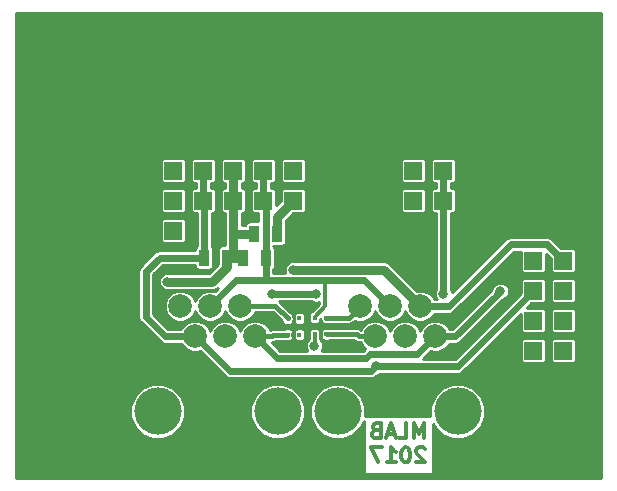
<source format=gbr>
G04 #@! TF.FileFunction,Copper,L2,Bot,Signal*
%FSLAX46Y46*%
G04 Gerber Fmt 4.6, Leading zero omitted, Abs format (unit mm)*
G04 Created by KiCad (PCBNEW (2016-09-17 revision 679eef1)-makepkg) date 01/03/17 07:11:09*
%MOMM*%
%LPD*%
G01*
G04 APERTURE LIST*
%ADD10C,0.150000*%
%ADD11C,0.300000*%
%ADD12C,6.000000*%
%ADD13R,1.524000X1.524000*%
%ADD14R,0.889000X1.397000*%
%ADD15R,0.299720X0.449580*%
%ADD16C,4.000000*%
%ADD17C,2.000000*%
%ADD18C,0.800000*%
%ADD19C,0.200000*%
%ADD20C,0.600000*%
%ADD21C,0.800000*%
%ADD22C,0.400000*%
%ADD23C,0.254000*%
G04 APERTURE END LIST*
D10*
D11*
X35248571Y3128095D02*
X35186666Y3190000D01*
X35062857Y3251904D01*
X34753333Y3251904D01*
X34629523Y3190000D01*
X34567619Y3128095D01*
X34505714Y3004285D01*
X34505714Y2880476D01*
X34567619Y2694761D01*
X35310476Y1951904D01*
X34505714Y1951904D01*
X33700952Y3251904D02*
X33577142Y3251904D01*
X33453333Y3190000D01*
X33391428Y3128095D01*
X33329523Y3004285D01*
X33267619Y2756666D01*
X33267619Y2447142D01*
X33329523Y2199523D01*
X33391428Y2075714D01*
X33453333Y2013809D01*
X33577142Y1951904D01*
X33700952Y1951904D01*
X33824761Y2013809D01*
X33886666Y2075714D01*
X33948571Y2199523D01*
X34010476Y2447142D01*
X34010476Y2756666D01*
X33948571Y3004285D01*
X33886666Y3128095D01*
X33824761Y3190000D01*
X33700952Y3251904D01*
X32029523Y1951904D02*
X32772380Y1951904D01*
X32400952Y1951904D02*
X32400952Y3251904D01*
X32524761Y3066190D01*
X32648571Y2942380D01*
X32772380Y2880476D01*
X31596190Y3251904D02*
X30729523Y3251904D01*
X31286666Y1951904D01*
X35186666Y3983904D02*
X35186666Y5283904D01*
X34753333Y4355333D01*
X34320000Y5283904D01*
X34320000Y3983904D01*
X33081904Y3983904D02*
X33700952Y3983904D01*
X33700952Y5283904D01*
X32710476Y4355333D02*
X32091428Y4355333D01*
X32834285Y3983904D02*
X32400952Y5283904D01*
X31967619Y3983904D01*
X31100952Y4664857D02*
X30915238Y4602952D01*
X30853333Y4541047D01*
X30791428Y4417238D01*
X30791428Y4231523D01*
X30853333Y4107714D01*
X30915238Y4045809D01*
X31039047Y3983904D01*
X31534285Y3983904D01*
X31534285Y5283904D01*
X31100952Y5283904D01*
X30977142Y5222000D01*
X30915238Y5160095D01*
X30853333Y5036285D01*
X30853333Y4912476D01*
X30915238Y4788666D01*
X30977142Y4726761D01*
X31100952Y4664857D01*
X31534285Y4664857D01*
D12*
X45720000Y25400000D03*
X5080000Y25400000D03*
X5080000Y5080000D03*
X45720000Y5080000D03*
D13*
X13970000Y24130000D03*
X13970000Y26670000D03*
X16510000Y24130000D03*
X16510000Y26670000D03*
X19050000Y26670000D03*
X19050000Y24130000D03*
X21590000Y24130000D03*
X21590000Y26670000D03*
X24130000Y26670000D03*
X24130000Y24130000D03*
D14*
X22733000Y21336000D03*
X20828000Y21336000D03*
D15*
X25923240Y14224000D03*
X26423620Y12821920D03*
X26924000Y14224000D03*
X25923240Y12821920D03*
X26924000Y12821920D03*
X24630380Y12760960D03*
X23629620Y12760960D03*
X24630380Y14163040D03*
X24130000Y12760960D03*
X23629620Y14163040D03*
D13*
X34290000Y24130000D03*
X34290000Y26670000D03*
X36830000Y24130000D03*
X36830000Y26670000D03*
X11430000Y21590000D03*
X13970000Y21590000D03*
X44450000Y19050000D03*
X46990000Y19050000D03*
X44450000Y16510000D03*
X46990000Y16510000D03*
D14*
X16573500Y19304000D03*
X18478500Y19304000D03*
X19875500Y19304000D03*
X21780500Y19304000D03*
D16*
X27889200Y6286500D03*
X38049200Y6286500D03*
D17*
X33599200Y12646500D03*
X36139200Y12646500D03*
X31059200Y12646500D03*
X29789200Y15186500D03*
X32329200Y15186500D03*
X34869200Y15186500D03*
X19629200Y15186500D03*
X17089200Y15186500D03*
X14549200Y15186500D03*
X15819200Y12646500D03*
X20899200Y12646500D03*
X18359200Y12646500D03*
D16*
X22809200Y6286500D03*
X12649200Y6286500D03*
D13*
X46990000Y13970000D03*
X44450000Y13970000D03*
X44450000Y11430000D03*
X46990000Y11430000D03*
X3810000Y19050000D03*
X6350000Y19050000D03*
X3810000Y16510000D03*
X6350000Y16510000D03*
X3810000Y13970000D03*
X6350000Y13970000D03*
X3810000Y11430000D03*
X6350000Y11430000D03*
D18*
X29210000Y11938012D03*
X28194000Y11938006D03*
X27178000Y11938008D03*
X24130000Y11937998D03*
X23114000Y11937988D03*
X16256000Y10922000D03*
X16764000Y10160000D03*
X15494000Y10160000D03*
X14986000Y11176000D03*
X13716000Y11176000D03*
X14478000Y10414000D03*
X12192000Y9398000D03*
X25908000Y11839700D03*
X13462000Y17272000D03*
X26060400Y16205200D03*
X22352000Y16256000D03*
X24130000Y18273087D03*
X41656000Y16459200D03*
X36830000Y16256000D03*
X31089602Y10109200D03*
D19*
X29209994Y11938006D02*
X29210000Y11938012D01*
X28194000Y11938006D02*
X29209994Y11938006D01*
X26882742Y11938008D02*
X27178000Y11938008D01*
X26423620Y12397130D02*
X26882742Y11938008D01*
X26423620Y12821920D02*
X26423620Y12397130D01*
X23679685Y11937988D02*
X23114000Y11937988D01*
X24130000Y12336170D02*
X23731818Y11937988D01*
X23731818Y11937988D02*
X23679685Y11937988D01*
X24130000Y12760960D02*
X24130000Y12336170D01*
D20*
X16002000Y10668000D02*
X16256000Y10922000D01*
X15494000Y10160000D02*
X16002000Y10668000D01*
X13716000Y11176000D02*
X14986000Y11176000D01*
X12192000Y9398000D02*
X13462000Y9398000D01*
X13462000Y9398000D02*
X14478000Y10414000D01*
D11*
X25923240Y12821920D02*
X25923240Y11854940D01*
X25923240Y11854940D02*
X25908000Y11839700D01*
D21*
X18478500Y18478500D02*
X17272000Y17272000D01*
X17272000Y17272000D02*
X13462000Y17272000D01*
X18478500Y19304000D02*
X18478500Y18478500D01*
X19050000Y24130000D02*
X19050000Y21336000D01*
X19050000Y21336000D02*
X19050000Y19304000D01*
X20828000Y21336000D02*
X19583500Y21336000D01*
X19583500Y21336000D02*
X19050000Y21336000D01*
X18478500Y19304000D02*
X19050000Y19304000D01*
X19050000Y19304000D02*
X19875500Y19304000D01*
X19050000Y26670000D02*
X19050000Y24130000D01*
X18478500Y18989306D02*
X18478500Y19304000D01*
D11*
X25923240Y14224000D02*
X25923240Y14298930D01*
X25923240Y14298930D02*
X26810402Y15186092D01*
X26810402Y15186092D02*
X26810402Y17373077D01*
X26810402Y17373077D02*
X25908000Y17373077D01*
D20*
X21590000Y17373077D02*
X25908000Y17373077D01*
X25908000Y17373077D02*
X30142623Y17373077D01*
X19558000Y17373077D02*
X21590000Y17373077D01*
X17089200Y15186500D02*
X19275777Y17373077D01*
X19275777Y17373077D02*
X19558000Y17373077D01*
X21590000Y17373077D02*
X21780500Y17563577D01*
X21780500Y17563577D02*
X21780500Y19304000D01*
X30142623Y17373077D02*
X30497700Y17018000D01*
X21590000Y24130000D02*
X21780500Y23939500D01*
X21780500Y23939500D02*
X21780500Y19304000D01*
X21590000Y26670000D02*
X21590000Y24130000D01*
X32329200Y15186500D02*
X30497700Y17018000D01*
X22352000Y16256000D02*
X25146000Y16256000D01*
X25146000Y16256000D02*
X26009600Y16256000D01*
X26009600Y16256000D02*
X26060400Y16205200D01*
D22*
X26924000Y14224000D02*
X28826700Y14224000D01*
X28826700Y14224000D02*
X29789200Y15186500D01*
D20*
X34869200Y15186500D02*
X37276501Y15186500D01*
X37276501Y15186500D02*
X42511601Y20421600D01*
X42511601Y20421600D02*
X45618400Y20421600D01*
X45618400Y20421600D02*
X46990000Y19050000D01*
D22*
X23629620Y14163040D02*
X22603460Y15189200D01*
X22603460Y15189200D02*
X19631900Y15189200D01*
X19631900Y15189200D02*
X19629200Y15186500D01*
D21*
X22733000Y21336000D02*
X22733000Y22733000D01*
X22733000Y22733000D02*
X24130000Y24130000D01*
X34869200Y15186500D02*
X31782613Y18273087D01*
X31782613Y18273087D02*
X24130000Y18273087D01*
D20*
X37843300Y12646500D02*
X41256001Y16059201D01*
X36139200Y12646500D02*
X37843300Y12646500D01*
X41256001Y16059201D02*
X41656000Y16459200D01*
X34603502Y11110802D02*
X35139201Y11646501D01*
X30606798Y11110802D02*
X34603502Y11110802D01*
X35139201Y11646501D02*
X36139200Y12646500D01*
X30279994Y10783998D02*
X30606798Y11110802D01*
X22761702Y10783998D02*
X30279994Y10783998D01*
X20899200Y12646500D02*
X22761702Y10783998D01*
D22*
X20899200Y12646500D02*
X22313413Y12646500D01*
X22313413Y12646500D02*
X22427873Y12760960D01*
X22427873Y12760960D02*
X23580139Y12760960D01*
D20*
X36830000Y24130000D02*
X36830000Y16256000D01*
X36830000Y26670000D02*
X36830000Y24130000D01*
X44450000Y16510000D02*
X38049200Y10109200D01*
X38049200Y10109200D02*
X31655287Y10109200D01*
X31655287Y10109200D02*
X31089602Y10109200D01*
X15819200Y12646500D02*
X13261500Y12646500D01*
X13261500Y12646500D02*
X11633200Y14274800D01*
X11633200Y14274800D02*
X11633200Y18135600D01*
X11633200Y18135600D02*
X12801600Y19304000D01*
X12801600Y19304000D02*
X16573500Y19304000D01*
X30689603Y9709201D02*
X31089602Y10109200D01*
X15819200Y12646500D02*
X18756499Y9709201D01*
X18756499Y9709201D02*
X30689603Y9709201D01*
D22*
X31059200Y12646500D02*
X29644987Y12646500D01*
X29644987Y12646500D02*
X29469567Y12821920D01*
X29469567Y12821920D02*
X26973481Y12821920D01*
D20*
X16573500Y19304000D02*
X16573500Y24066500D01*
X16573500Y24066500D02*
X16510000Y24130000D01*
X16510000Y24130000D02*
X16510000Y26670000D01*
X16319500Y23939500D02*
X16510000Y24130000D01*
D23*
G36*
X50144000Y656000D02*
X656000Y656000D01*
X656000Y5825662D01*
X10321797Y5825662D01*
X10675315Y4970082D01*
X11329339Y4314915D01*
X12184300Y3959904D01*
X13110038Y3959097D01*
X13965618Y4312615D01*
X14620785Y4966639D01*
X14975796Y5821600D01*
X14975799Y5825662D01*
X20481797Y5825662D01*
X20835315Y4970082D01*
X21489339Y4314915D01*
X22344300Y3959904D01*
X23270038Y3959097D01*
X24125618Y4312615D01*
X24780785Y4966639D01*
X25135796Y5821600D01*
X25135799Y5825662D01*
X25561797Y5825662D01*
X25915315Y4970082D01*
X26569339Y4314915D01*
X27424300Y3959904D01*
X28350038Y3959097D01*
X29205618Y4312615D01*
X29860785Y4966639D01*
X30066810Y5462802D01*
X30066810Y974000D01*
X35973191Y974000D01*
X35973191Y5217241D01*
X36075315Y4970082D01*
X36729339Y4314915D01*
X37584300Y3959904D01*
X38510038Y3959097D01*
X39365618Y4312615D01*
X40020785Y4966639D01*
X40375796Y5821600D01*
X40376603Y6747338D01*
X40023085Y7602918D01*
X39369061Y8258085D01*
X38514100Y8613096D01*
X37588362Y8613903D01*
X36732782Y8260385D01*
X36077615Y7606361D01*
X35722604Y6751400D01*
X35721871Y5910000D01*
X30215873Y5910000D01*
X30216603Y6747338D01*
X29863085Y7602918D01*
X29209061Y8258085D01*
X28354100Y8613096D01*
X27428362Y8613903D01*
X26572782Y8260385D01*
X25917615Y7606361D01*
X25562604Y6751400D01*
X25561797Y5825662D01*
X25135799Y5825662D01*
X25136603Y6747338D01*
X24783085Y7602918D01*
X24129061Y8258085D01*
X23274100Y8613096D01*
X22348362Y8613903D01*
X21492782Y8260385D01*
X20837615Y7606361D01*
X20482604Y6751400D01*
X20481797Y5825662D01*
X14975799Y5825662D01*
X14976603Y6747338D01*
X14623085Y7602918D01*
X13969061Y8258085D01*
X13114100Y8613096D01*
X12188362Y8613903D01*
X11332782Y8260385D01*
X10677615Y7606361D01*
X10322604Y6751400D01*
X10321797Y5825662D01*
X656000Y5825662D01*
X656000Y18135600D01*
X11006200Y18135600D01*
X11006200Y14274800D01*
X11053928Y14034857D01*
X11162999Y13871621D01*
X11189844Y13831444D01*
X12818144Y12203144D01*
X13021558Y12067227D01*
X13261500Y12019500D01*
X14642456Y12019500D01*
X14693569Y11895797D01*
X15066534Y11522181D01*
X15554085Y11319731D01*
X16081998Y11319271D01*
X16207755Y11371233D01*
X18313143Y9265845D01*
X18516556Y9129929D01*
X18756499Y9082201D01*
X30689603Y9082201D01*
X30929546Y9129929D01*
X31132959Y9265845D01*
X31260180Y9393066D01*
X31475901Y9482200D01*
X38049200Y9482200D01*
X38289143Y9529928D01*
X38492556Y9665844D01*
X41018712Y12192000D01*
X43354594Y12192000D01*
X43354594Y10668000D01*
X43379973Y10540411D01*
X43452246Y10432246D01*
X43560411Y10359973D01*
X43688000Y10334594D01*
X45212000Y10334594D01*
X45339589Y10359973D01*
X45447754Y10432246D01*
X45520027Y10540411D01*
X45545406Y10668000D01*
X45545406Y12192000D01*
X45894594Y12192000D01*
X45894594Y10668000D01*
X45919973Y10540411D01*
X45992246Y10432246D01*
X46100411Y10359973D01*
X46228000Y10334594D01*
X47752000Y10334594D01*
X47879589Y10359973D01*
X47987754Y10432246D01*
X48060027Y10540411D01*
X48085406Y10668000D01*
X48085406Y12192000D01*
X48060027Y12319589D01*
X47987754Y12427754D01*
X47879589Y12500027D01*
X47752000Y12525406D01*
X46228000Y12525406D01*
X46100411Y12500027D01*
X45992246Y12427754D01*
X45919973Y12319589D01*
X45894594Y12192000D01*
X45545406Y12192000D01*
X45520027Y12319589D01*
X45447754Y12427754D01*
X45339589Y12500027D01*
X45212000Y12525406D01*
X43688000Y12525406D01*
X43560411Y12500027D01*
X43452246Y12427754D01*
X43379973Y12319589D01*
X43354594Y12192000D01*
X41018712Y12192000D01*
X43354594Y14527882D01*
X43354594Y13208000D01*
X43379973Y13080411D01*
X43452246Y12972246D01*
X43560411Y12899973D01*
X43688000Y12874594D01*
X45212000Y12874594D01*
X45339589Y12899973D01*
X45447754Y12972246D01*
X45520027Y13080411D01*
X45545406Y13208000D01*
X45545406Y14732000D01*
X45894594Y14732000D01*
X45894594Y13208000D01*
X45919973Y13080411D01*
X45992246Y12972246D01*
X46100411Y12899973D01*
X46228000Y12874594D01*
X47752000Y12874594D01*
X47879589Y12899973D01*
X47987754Y12972246D01*
X48060027Y13080411D01*
X48085406Y13208000D01*
X48085406Y14732000D01*
X48060027Y14859589D01*
X47987754Y14967754D01*
X47879589Y15040027D01*
X47752000Y15065406D01*
X46228000Y15065406D01*
X46100411Y15040027D01*
X45992246Y14967754D01*
X45919973Y14859589D01*
X45894594Y14732000D01*
X45545406Y14732000D01*
X45520027Y14859589D01*
X45447754Y14967754D01*
X45339589Y15040027D01*
X45212000Y15065406D01*
X43892118Y15065406D01*
X44241306Y15414594D01*
X45212000Y15414594D01*
X45339589Y15439973D01*
X45447754Y15512246D01*
X45520027Y15620411D01*
X45545406Y15748000D01*
X45545406Y17272000D01*
X45894594Y17272000D01*
X45894594Y15748000D01*
X45919973Y15620411D01*
X45992246Y15512246D01*
X46100411Y15439973D01*
X46228000Y15414594D01*
X47752000Y15414594D01*
X47879589Y15439973D01*
X47987754Y15512246D01*
X48060027Y15620411D01*
X48085406Y15748000D01*
X48085406Y17272000D01*
X48060027Y17399589D01*
X47987754Y17507754D01*
X47879589Y17580027D01*
X47752000Y17605406D01*
X46228000Y17605406D01*
X46100411Y17580027D01*
X45992246Y17507754D01*
X45919973Y17399589D01*
X45894594Y17272000D01*
X45545406Y17272000D01*
X45520027Y17399589D01*
X45447754Y17507754D01*
X45339589Y17580027D01*
X45212000Y17605406D01*
X43688000Y17605406D01*
X43560411Y17580027D01*
X43452246Y17507754D01*
X43379973Y17399589D01*
X43354594Y17272000D01*
X43354594Y16301306D01*
X37789488Y10736200D01*
X35115612Y10736200D01*
X35750472Y11371060D01*
X35874085Y11319731D01*
X36401998Y11319271D01*
X36889903Y11520869D01*
X37263519Y11893834D01*
X37315700Y12019500D01*
X37843300Y12019500D01*
X38083243Y12067228D01*
X38286656Y12203144D01*
X41826578Y15743066D01*
X42067275Y15842520D01*
X42271961Y16046850D01*
X42382874Y16313956D01*
X42383126Y16603175D01*
X42272680Y16870475D01*
X42068350Y17075161D01*
X41801244Y17186074D01*
X41512025Y17186326D01*
X41244725Y17075880D01*
X41040039Y16871550D01*
X40939489Y16629401D01*
X37583588Y13273500D01*
X37315944Y13273500D01*
X37264831Y13397203D01*
X36891866Y13770819D01*
X36404315Y13973269D01*
X35876402Y13973729D01*
X35388497Y13772131D01*
X35014881Y13399166D01*
X34869091Y13048067D01*
X34724831Y13397203D01*
X34351866Y13770819D01*
X33864315Y13973269D01*
X33336402Y13973729D01*
X32848497Y13772131D01*
X32474881Y13399166D01*
X32329091Y13048067D01*
X32184831Y13397203D01*
X31811866Y13770819D01*
X31324315Y13973269D01*
X30796402Y13973729D01*
X30308497Y13772131D01*
X29934881Y13399166D01*
X29847660Y13189117D01*
X29842212Y13194565D01*
X29671242Y13308805D01*
X29469567Y13348920D01*
X27210155Y13348920D01*
X27201449Y13354737D01*
X27073860Y13380116D01*
X26774140Y13380116D01*
X26646551Y13354737D01*
X26538386Y13282464D01*
X26466113Y13174299D01*
X26440734Y13046710D01*
X26440734Y12597130D01*
X26466113Y12469541D01*
X26538386Y12361376D01*
X26646551Y12289103D01*
X26774140Y12263724D01*
X27073860Y12263724D01*
X27201449Y12289103D01*
X27210155Y12294920D01*
X29251276Y12294920D01*
X29272341Y12273855D01*
X29378168Y12203144D01*
X29443313Y12159615D01*
X29644987Y12119500D01*
X29841137Y12119500D01*
X29933569Y11895797D01*
X30230130Y11598718D01*
X30163442Y11554158D01*
X30020282Y11410998D01*
X26507581Y11410998D01*
X26523961Y11427350D01*
X26634874Y11694456D01*
X26635126Y11983675D01*
X26524680Y12250975D01*
X26400240Y12375632D01*
X26400240Y12565629D01*
X26406506Y12597130D01*
X26406506Y13046710D01*
X26381127Y13174299D01*
X26308854Y13282464D01*
X26200689Y13354737D01*
X26073100Y13380116D01*
X25773380Y13380116D01*
X25645791Y13354737D01*
X25537626Y13282464D01*
X25465353Y13174299D01*
X25439974Y13046710D01*
X25439974Y12597130D01*
X25446240Y12565629D01*
X25446240Y12405983D01*
X25292039Y12252050D01*
X25181126Y11984944D01*
X25180874Y11695725D01*
X25291320Y11428425D01*
X25308717Y11410998D01*
X23021414Y11410998D01*
X22312912Y12119500D01*
X22313413Y12119500D01*
X22515088Y12159615D01*
X22626352Y12233960D01*
X23343465Y12233960D01*
X23352171Y12228143D01*
X23479760Y12202764D01*
X23779480Y12202764D01*
X23907069Y12228143D01*
X24015234Y12300416D01*
X24087507Y12408581D01*
X24112886Y12536170D01*
X24112886Y12985750D01*
X24147114Y12985750D01*
X24147114Y12536170D01*
X24172493Y12408581D01*
X24244766Y12300416D01*
X24352931Y12228143D01*
X24480520Y12202764D01*
X24780240Y12202764D01*
X24907829Y12228143D01*
X25015994Y12300416D01*
X25088267Y12408581D01*
X25113646Y12536170D01*
X25113646Y12985750D01*
X25088267Y13113339D01*
X25015994Y13221504D01*
X24907829Y13293777D01*
X24780240Y13319156D01*
X24480520Y13319156D01*
X24352931Y13293777D01*
X24244766Y13221504D01*
X24172493Y13113339D01*
X24147114Y12985750D01*
X24112886Y12985750D01*
X24087507Y13113339D01*
X24015234Y13221504D01*
X23907069Y13293777D01*
X23779480Y13319156D01*
X23479760Y13319156D01*
X23352171Y13293777D01*
X23343465Y13287960D01*
X22427873Y13287960D01*
X22226198Y13247845D01*
X22116759Y13174719D01*
X22024831Y13397203D01*
X21651866Y13770819D01*
X21164315Y13973269D01*
X20636402Y13973729D01*
X20148497Y13772131D01*
X19774881Y13399166D01*
X19629091Y13048067D01*
X19484831Y13397203D01*
X19111866Y13770819D01*
X18624315Y13973269D01*
X18096402Y13973729D01*
X17608497Y13772131D01*
X17234881Y13399166D01*
X17089091Y13048067D01*
X16944831Y13397203D01*
X16571866Y13770819D01*
X16084315Y13973269D01*
X15556402Y13973729D01*
X15068497Y13772131D01*
X14694881Y13399166D01*
X14642700Y13273500D01*
X13521212Y13273500D01*
X12260200Y14534512D01*
X12260200Y17128025D01*
X12734874Y17128025D01*
X12845320Y16860725D01*
X13049650Y16656039D01*
X13316756Y16545126D01*
X13605975Y16544874D01*
X13606280Y16545000D01*
X17271995Y16545000D01*
X17272000Y16544999D01*
X17504052Y16591158D01*
X17550211Y16600340D01*
X17749463Y16733475D01*
X17477928Y16461940D01*
X17354315Y16513269D01*
X16826402Y16513729D01*
X16338497Y16312131D01*
X15964881Y15939166D01*
X15819091Y15588067D01*
X15674831Y15937203D01*
X15301866Y16310819D01*
X14814315Y16513269D01*
X14286402Y16513729D01*
X13798497Y16312131D01*
X13424881Y15939166D01*
X13222431Y15451615D01*
X13221971Y14923702D01*
X13423569Y14435797D01*
X13796534Y14062181D01*
X14284085Y13859731D01*
X14811998Y13859271D01*
X15299903Y14060869D01*
X15673519Y14433834D01*
X15819309Y14784933D01*
X15963569Y14435797D01*
X16336534Y14062181D01*
X16824085Y13859731D01*
X17351998Y13859271D01*
X17839903Y14060869D01*
X18213519Y14433834D01*
X18359309Y14784933D01*
X18503569Y14435797D01*
X18876534Y14062181D01*
X19364085Y13859731D01*
X19891998Y13859271D01*
X20379903Y14060869D01*
X20753519Y14433834D01*
X20848345Y14662200D01*
X22385170Y14662200D01*
X23155600Y13891770D01*
X23171733Y13810661D01*
X23244006Y13702496D01*
X23352171Y13630223D01*
X23479760Y13604844D01*
X23779480Y13604844D01*
X23907069Y13630223D01*
X24015234Y13702496D01*
X24087507Y13810661D01*
X24112886Y13938250D01*
X24112886Y13955951D01*
X24116504Y13961366D01*
X24147114Y14115255D01*
X24147114Y13938250D01*
X24172493Y13810661D01*
X24244766Y13702496D01*
X24352931Y13630223D01*
X24480520Y13604844D01*
X24780240Y13604844D01*
X24907829Y13630223D01*
X25015994Y13702496D01*
X25088267Y13810661D01*
X25113646Y13938250D01*
X25113646Y14387830D01*
X25088267Y14515419D01*
X25015994Y14623584D01*
X24907829Y14695857D01*
X24780240Y14721236D01*
X24480520Y14721236D01*
X24352931Y14695857D01*
X24244766Y14623584D01*
X24172493Y14515419D01*
X24147114Y14387830D01*
X24147114Y14210826D01*
X24116504Y14364715D01*
X24112886Y14370130D01*
X24112886Y14387830D01*
X24087507Y14515419D01*
X24015234Y14623584D01*
X23907069Y14695857D01*
X23825960Y14711990D01*
X22976105Y15561845D01*
X22875602Y15629000D01*
X25608358Y15629000D01*
X25648050Y15589239D01*
X25915156Y15478326D01*
X26204375Y15478074D01*
X26333402Y15531387D01*
X26333402Y15383672D01*
X25721633Y14771903D01*
X25645791Y14756817D01*
X25537626Y14684544D01*
X25465353Y14576379D01*
X25439974Y14448790D01*
X25439974Y13999210D01*
X25465353Y13871621D01*
X25537626Y13763456D01*
X25645791Y13691183D01*
X25773380Y13665804D01*
X26073100Y13665804D01*
X26200689Y13691183D01*
X26308854Y13763456D01*
X26381127Y13871621D01*
X26406506Y13999210D01*
X26406506Y14107616D01*
X26417886Y14118996D01*
X26437115Y14022326D01*
X26440734Y14016910D01*
X26440734Y13999210D01*
X26466113Y13871621D01*
X26538386Y13763456D01*
X26646551Y13691183D01*
X26774140Y13665804D01*
X27073860Y13665804D01*
X27201449Y13691183D01*
X27210155Y13697000D01*
X28826700Y13697000D01*
X29028375Y13737115D01*
X29199345Y13851355D01*
X29300544Y13952554D01*
X29524085Y13859731D01*
X30051998Y13859271D01*
X30539903Y14060869D01*
X30913519Y14433834D01*
X31059309Y14784933D01*
X31203569Y14435797D01*
X31576534Y14062181D01*
X32064085Y13859731D01*
X32591998Y13859271D01*
X33079903Y14060869D01*
X33453519Y14433834D01*
X33599309Y14784933D01*
X33743569Y14435797D01*
X34116534Y14062181D01*
X34604085Y13859731D01*
X35131998Y13859271D01*
X35619903Y14060869D01*
X35993519Y14433834D01*
X36045700Y14559500D01*
X37276501Y14559500D01*
X37516444Y14607228D01*
X37719857Y14743144D01*
X42771313Y19794600D01*
X43354594Y19794600D01*
X43354594Y18288000D01*
X43379973Y18160411D01*
X43452246Y18052246D01*
X43560411Y17979973D01*
X43688000Y17954594D01*
X45212000Y17954594D01*
X45339589Y17979973D01*
X45447754Y18052246D01*
X45520027Y18160411D01*
X45545406Y18288000D01*
X45545406Y19607882D01*
X45894594Y19258694D01*
X45894594Y18288000D01*
X45919973Y18160411D01*
X45992246Y18052246D01*
X46100411Y17979973D01*
X46228000Y17954594D01*
X47752000Y17954594D01*
X47879589Y17979973D01*
X47987754Y18052246D01*
X48060027Y18160411D01*
X48085406Y18288000D01*
X48085406Y19812000D01*
X48060027Y19939589D01*
X47987754Y20047754D01*
X47879589Y20120027D01*
X47752000Y20145406D01*
X46781306Y20145406D01*
X46061756Y20864956D01*
X45858343Y21000872D01*
X45618400Y21048600D01*
X42511601Y21048600D01*
X42271658Y21000872D01*
X42068245Y20864956D01*
X37557086Y16353797D01*
X37557126Y16399975D01*
X37457000Y16642299D01*
X37457000Y23034594D01*
X37592000Y23034594D01*
X37719589Y23059973D01*
X37827754Y23132246D01*
X37900027Y23240411D01*
X37925406Y23368000D01*
X37925406Y24892000D01*
X37900027Y25019589D01*
X37827754Y25127754D01*
X37719589Y25200027D01*
X37592000Y25225406D01*
X37457000Y25225406D01*
X37457000Y25574594D01*
X37592000Y25574594D01*
X37719589Y25599973D01*
X37827754Y25672246D01*
X37900027Y25780411D01*
X37925406Y25908000D01*
X37925406Y27432000D01*
X37900027Y27559589D01*
X37827754Y27667754D01*
X37719589Y27740027D01*
X37592000Y27765406D01*
X36068000Y27765406D01*
X35940411Y27740027D01*
X35832246Y27667754D01*
X35759973Y27559589D01*
X35734594Y27432000D01*
X35734594Y25908000D01*
X35759973Y25780411D01*
X35832246Y25672246D01*
X35940411Y25599973D01*
X36068000Y25574594D01*
X36203000Y25574594D01*
X36203000Y25225406D01*
X36068000Y25225406D01*
X35940411Y25200027D01*
X35832246Y25127754D01*
X35759973Y25019589D01*
X35734594Y24892000D01*
X35734594Y23368000D01*
X35759973Y23240411D01*
X35832246Y23132246D01*
X35940411Y23059973D01*
X36068000Y23034594D01*
X36203000Y23034594D01*
X36203000Y16641765D01*
X36103126Y16401244D01*
X36102874Y16112025D01*
X36213320Y15844725D01*
X36244491Y15813500D01*
X36045944Y15813500D01*
X35994831Y15937203D01*
X35621866Y16310819D01*
X35134315Y16513269D01*
X34606402Y16513729D01*
X34580717Y16503116D01*
X32296680Y18787154D01*
X32292521Y18789933D01*
X32060824Y18944747D01*
X32014665Y18953929D01*
X31782613Y19000088D01*
X31782608Y19000087D01*
X24130634Y19000087D01*
X23986025Y19000213D01*
X23718725Y18889767D01*
X23514039Y18685437D01*
X23403126Y18418331D01*
X23402874Y18129112D01*
X23456190Y18000077D01*
X22407500Y18000077D01*
X22407500Y18334163D01*
X22460754Y18369746D01*
X22533027Y18477911D01*
X22558406Y18605500D01*
X22558406Y20002500D01*
X22533027Y20130089D01*
X22460754Y20238254D01*
X22407500Y20273837D01*
X22407500Y20304094D01*
X23177500Y20304094D01*
X23305089Y20329473D01*
X23413254Y20401746D01*
X23485527Y20509911D01*
X23510906Y20637500D01*
X23510906Y22034500D01*
X23485527Y22162089D01*
X23460000Y22200293D01*
X23460000Y22431866D01*
X24062727Y23034594D01*
X24892000Y23034594D01*
X25019589Y23059973D01*
X25127754Y23132246D01*
X25200027Y23240411D01*
X25225406Y23368000D01*
X25225406Y24892000D01*
X33194594Y24892000D01*
X33194594Y23368000D01*
X33219973Y23240411D01*
X33292246Y23132246D01*
X33400411Y23059973D01*
X33528000Y23034594D01*
X35052000Y23034594D01*
X35179589Y23059973D01*
X35287754Y23132246D01*
X35360027Y23240411D01*
X35385406Y23368000D01*
X35385406Y24892000D01*
X35360027Y25019589D01*
X35287754Y25127754D01*
X35179589Y25200027D01*
X35052000Y25225406D01*
X33528000Y25225406D01*
X33400411Y25200027D01*
X33292246Y25127754D01*
X33219973Y25019589D01*
X33194594Y24892000D01*
X25225406Y24892000D01*
X25200027Y25019589D01*
X25127754Y25127754D01*
X25019589Y25200027D01*
X24892000Y25225406D01*
X23368000Y25225406D01*
X23240411Y25200027D01*
X23132246Y25127754D01*
X23059973Y25019589D01*
X23034594Y24892000D01*
X23034594Y24062727D01*
X22685406Y23713540D01*
X22685406Y24892000D01*
X22660027Y25019589D01*
X22587754Y25127754D01*
X22479589Y25200027D01*
X22352000Y25225406D01*
X22217000Y25225406D01*
X22217000Y25574594D01*
X22352000Y25574594D01*
X22479589Y25599973D01*
X22587754Y25672246D01*
X22660027Y25780411D01*
X22685406Y25908000D01*
X22685406Y27432000D01*
X23034594Y27432000D01*
X23034594Y25908000D01*
X23059973Y25780411D01*
X23132246Y25672246D01*
X23240411Y25599973D01*
X23368000Y25574594D01*
X24892000Y25574594D01*
X25019589Y25599973D01*
X25127754Y25672246D01*
X25200027Y25780411D01*
X25225406Y25908000D01*
X25225406Y27432000D01*
X33194594Y27432000D01*
X33194594Y25908000D01*
X33219973Y25780411D01*
X33292246Y25672246D01*
X33400411Y25599973D01*
X33528000Y25574594D01*
X35052000Y25574594D01*
X35179589Y25599973D01*
X35287754Y25672246D01*
X35360027Y25780411D01*
X35385406Y25908000D01*
X35385406Y27432000D01*
X35360027Y27559589D01*
X35287754Y27667754D01*
X35179589Y27740027D01*
X35052000Y27765406D01*
X33528000Y27765406D01*
X33400411Y27740027D01*
X33292246Y27667754D01*
X33219973Y27559589D01*
X33194594Y27432000D01*
X25225406Y27432000D01*
X25200027Y27559589D01*
X25127754Y27667754D01*
X25019589Y27740027D01*
X24892000Y27765406D01*
X23368000Y27765406D01*
X23240411Y27740027D01*
X23132246Y27667754D01*
X23059973Y27559589D01*
X23034594Y27432000D01*
X22685406Y27432000D01*
X22660027Y27559589D01*
X22587754Y27667754D01*
X22479589Y27740027D01*
X22352000Y27765406D01*
X20828000Y27765406D01*
X20700411Y27740027D01*
X20592246Y27667754D01*
X20519973Y27559589D01*
X20494594Y27432000D01*
X20494594Y25908000D01*
X20519973Y25780411D01*
X20592246Y25672246D01*
X20700411Y25599973D01*
X20828000Y25574594D01*
X20963000Y25574594D01*
X20963000Y25225406D01*
X20828000Y25225406D01*
X20700411Y25200027D01*
X20592246Y25127754D01*
X20519973Y25019589D01*
X20494594Y24892000D01*
X20494594Y23368000D01*
X20519973Y23240411D01*
X20592246Y23132246D01*
X20700411Y23059973D01*
X20828000Y23034594D01*
X21153500Y23034594D01*
X21153500Y22367906D01*
X20383500Y22367906D01*
X20255911Y22342527D01*
X20147746Y22270254D01*
X20075473Y22162089D01*
X20055763Y22063000D01*
X19777000Y22063000D01*
X19777000Y23034594D01*
X19812000Y23034594D01*
X19939589Y23059973D01*
X20047754Y23132246D01*
X20120027Y23240411D01*
X20145406Y23368000D01*
X20145406Y24892000D01*
X20120027Y25019589D01*
X20047754Y25127754D01*
X19939589Y25200027D01*
X19812000Y25225406D01*
X19777000Y25225406D01*
X19777000Y25574594D01*
X19812000Y25574594D01*
X19939589Y25599973D01*
X20047754Y25672246D01*
X20120027Y25780411D01*
X20145406Y25908000D01*
X20145406Y27432000D01*
X20120027Y27559589D01*
X20047754Y27667754D01*
X19939589Y27740027D01*
X19812000Y27765406D01*
X18288000Y27765406D01*
X18160411Y27740027D01*
X18052246Y27667754D01*
X17979973Y27559589D01*
X17954594Y27432000D01*
X17954594Y25908000D01*
X17979973Y25780411D01*
X18052246Y25672246D01*
X18160411Y25599973D01*
X18288000Y25574594D01*
X18323000Y25574594D01*
X18323000Y25225406D01*
X18288000Y25225406D01*
X18160411Y25200027D01*
X18052246Y25127754D01*
X17979973Y25019589D01*
X17954594Y24892000D01*
X17954594Y23368000D01*
X17979973Y23240411D01*
X18052246Y23132246D01*
X18160411Y23059973D01*
X18288000Y23034594D01*
X18323000Y23034594D01*
X18323000Y20335906D01*
X18034000Y20335906D01*
X17906411Y20310527D01*
X17798246Y20238254D01*
X17725973Y20130089D01*
X17700594Y20002500D01*
X17700594Y18728727D01*
X16970866Y17999000D01*
X13462634Y17999000D01*
X13318025Y17999126D01*
X13050725Y17888680D01*
X12846039Y17684350D01*
X12735126Y17417244D01*
X12734874Y17128025D01*
X12260200Y17128025D01*
X12260200Y17875888D01*
X13061312Y18677000D01*
X15795594Y18677000D01*
X15795594Y18605500D01*
X15820973Y18477911D01*
X15893246Y18369746D01*
X16001411Y18297473D01*
X16129000Y18272094D01*
X17018000Y18272094D01*
X17145589Y18297473D01*
X17253754Y18369746D01*
X17326027Y18477911D01*
X17351406Y18605500D01*
X17351406Y20002500D01*
X17326027Y20130089D01*
X17253754Y20238254D01*
X17200500Y20273837D01*
X17200500Y23034594D01*
X17272000Y23034594D01*
X17399589Y23059973D01*
X17507754Y23132246D01*
X17580027Y23240411D01*
X17605406Y23368000D01*
X17605406Y24892000D01*
X17580027Y25019589D01*
X17507754Y25127754D01*
X17399589Y25200027D01*
X17272000Y25225406D01*
X17137000Y25225406D01*
X17137000Y25574594D01*
X17272000Y25574594D01*
X17399589Y25599973D01*
X17507754Y25672246D01*
X17580027Y25780411D01*
X17605406Y25908000D01*
X17605406Y27432000D01*
X17580027Y27559589D01*
X17507754Y27667754D01*
X17399589Y27740027D01*
X17272000Y27765406D01*
X15748000Y27765406D01*
X15620411Y27740027D01*
X15512246Y27667754D01*
X15439973Y27559589D01*
X15414594Y27432000D01*
X15414594Y25908000D01*
X15439973Y25780411D01*
X15512246Y25672246D01*
X15620411Y25599973D01*
X15748000Y25574594D01*
X15883000Y25574594D01*
X15883000Y25225406D01*
X15748000Y25225406D01*
X15620411Y25200027D01*
X15512246Y25127754D01*
X15439973Y25019589D01*
X15414594Y24892000D01*
X15414594Y23368000D01*
X15439973Y23240411D01*
X15512246Y23132246D01*
X15620411Y23059973D01*
X15748000Y23034594D01*
X15946500Y23034594D01*
X15946500Y20273837D01*
X15893246Y20238254D01*
X15820973Y20130089D01*
X15795594Y20002500D01*
X15795594Y19931000D01*
X12801600Y19931000D01*
X12561657Y19883272D01*
X12464071Y19818067D01*
X12358244Y19747356D01*
X11189844Y18578956D01*
X11053928Y18375543D01*
X11006200Y18135600D01*
X656000Y18135600D01*
X656000Y22352000D01*
X12874594Y22352000D01*
X12874594Y20828000D01*
X12899973Y20700411D01*
X12972246Y20592246D01*
X13080411Y20519973D01*
X13208000Y20494594D01*
X14732000Y20494594D01*
X14859589Y20519973D01*
X14967754Y20592246D01*
X15040027Y20700411D01*
X15065406Y20828000D01*
X15065406Y22352000D01*
X15040027Y22479589D01*
X14967754Y22587754D01*
X14859589Y22660027D01*
X14732000Y22685406D01*
X13208000Y22685406D01*
X13080411Y22660027D01*
X12972246Y22587754D01*
X12899973Y22479589D01*
X12874594Y22352000D01*
X656000Y22352000D01*
X656000Y24892000D01*
X12874594Y24892000D01*
X12874594Y23368000D01*
X12899973Y23240411D01*
X12972246Y23132246D01*
X13080411Y23059973D01*
X13208000Y23034594D01*
X14732000Y23034594D01*
X14859589Y23059973D01*
X14967754Y23132246D01*
X15040027Y23240411D01*
X15065406Y23368000D01*
X15065406Y24892000D01*
X15040027Y25019589D01*
X14967754Y25127754D01*
X14859589Y25200027D01*
X14732000Y25225406D01*
X13208000Y25225406D01*
X13080411Y25200027D01*
X12972246Y25127754D01*
X12899973Y25019589D01*
X12874594Y24892000D01*
X656000Y24892000D01*
X656000Y27432000D01*
X12874594Y27432000D01*
X12874594Y25908000D01*
X12899973Y25780411D01*
X12972246Y25672246D01*
X13080411Y25599973D01*
X13208000Y25574594D01*
X14732000Y25574594D01*
X14859589Y25599973D01*
X14967754Y25672246D01*
X15040027Y25780411D01*
X15065406Y25908000D01*
X15065406Y27432000D01*
X15040027Y27559589D01*
X14967754Y27667754D01*
X14859589Y27740027D01*
X14732000Y27765406D01*
X13208000Y27765406D01*
X13080411Y27740027D01*
X12972246Y27667754D01*
X12899973Y27559589D01*
X12874594Y27432000D01*
X656000Y27432000D01*
X656000Y39984000D01*
X50144000Y39984000D01*
X50144000Y656000D01*
X50144000Y656000D01*
G37*
X50144000Y656000D02*
X656000Y656000D01*
X656000Y5825662D01*
X10321797Y5825662D01*
X10675315Y4970082D01*
X11329339Y4314915D01*
X12184300Y3959904D01*
X13110038Y3959097D01*
X13965618Y4312615D01*
X14620785Y4966639D01*
X14975796Y5821600D01*
X14975799Y5825662D01*
X20481797Y5825662D01*
X20835315Y4970082D01*
X21489339Y4314915D01*
X22344300Y3959904D01*
X23270038Y3959097D01*
X24125618Y4312615D01*
X24780785Y4966639D01*
X25135796Y5821600D01*
X25135799Y5825662D01*
X25561797Y5825662D01*
X25915315Y4970082D01*
X26569339Y4314915D01*
X27424300Y3959904D01*
X28350038Y3959097D01*
X29205618Y4312615D01*
X29860785Y4966639D01*
X30066810Y5462802D01*
X30066810Y974000D01*
X35973191Y974000D01*
X35973191Y5217241D01*
X36075315Y4970082D01*
X36729339Y4314915D01*
X37584300Y3959904D01*
X38510038Y3959097D01*
X39365618Y4312615D01*
X40020785Y4966639D01*
X40375796Y5821600D01*
X40376603Y6747338D01*
X40023085Y7602918D01*
X39369061Y8258085D01*
X38514100Y8613096D01*
X37588362Y8613903D01*
X36732782Y8260385D01*
X36077615Y7606361D01*
X35722604Y6751400D01*
X35721871Y5910000D01*
X30215873Y5910000D01*
X30216603Y6747338D01*
X29863085Y7602918D01*
X29209061Y8258085D01*
X28354100Y8613096D01*
X27428362Y8613903D01*
X26572782Y8260385D01*
X25917615Y7606361D01*
X25562604Y6751400D01*
X25561797Y5825662D01*
X25135799Y5825662D01*
X25136603Y6747338D01*
X24783085Y7602918D01*
X24129061Y8258085D01*
X23274100Y8613096D01*
X22348362Y8613903D01*
X21492782Y8260385D01*
X20837615Y7606361D01*
X20482604Y6751400D01*
X20481797Y5825662D01*
X14975799Y5825662D01*
X14976603Y6747338D01*
X14623085Y7602918D01*
X13969061Y8258085D01*
X13114100Y8613096D01*
X12188362Y8613903D01*
X11332782Y8260385D01*
X10677615Y7606361D01*
X10322604Y6751400D01*
X10321797Y5825662D01*
X656000Y5825662D01*
X656000Y18135600D01*
X11006200Y18135600D01*
X11006200Y14274800D01*
X11053928Y14034857D01*
X11162999Y13871621D01*
X11189844Y13831444D01*
X12818144Y12203144D01*
X13021558Y12067227D01*
X13261500Y12019500D01*
X14642456Y12019500D01*
X14693569Y11895797D01*
X15066534Y11522181D01*
X15554085Y11319731D01*
X16081998Y11319271D01*
X16207755Y11371233D01*
X18313143Y9265845D01*
X18516556Y9129929D01*
X18756499Y9082201D01*
X30689603Y9082201D01*
X30929546Y9129929D01*
X31132959Y9265845D01*
X31260180Y9393066D01*
X31475901Y9482200D01*
X38049200Y9482200D01*
X38289143Y9529928D01*
X38492556Y9665844D01*
X41018712Y12192000D01*
X43354594Y12192000D01*
X43354594Y10668000D01*
X43379973Y10540411D01*
X43452246Y10432246D01*
X43560411Y10359973D01*
X43688000Y10334594D01*
X45212000Y10334594D01*
X45339589Y10359973D01*
X45447754Y10432246D01*
X45520027Y10540411D01*
X45545406Y10668000D01*
X45545406Y12192000D01*
X45894594Y12192000D01*
X45894594Y10668000D01*
X45919973Y10540411D01*
X45992246Y10432246D01*
X46100411Y10359973D01*
X46228000Y10334594D01*
X47752000Y10334594D01*
X47879589Y10359973D01*
X47987754Y10432246D01*
X48060027Y10540411D01*
X48085406Y10668000D01*
X48085406Y12192000D01*
X48060027Y12319589D01*
X47987754Y12427754D01*
X47879589Y12500027D01*
X47752000Y12525406D01*
X46228000Y12525406D01*
X46100411Y12500027D01*
X45992246Y12427754D01*
X45919973Y12319589D01*
X45894594Y12192000D01*
X45545406Y12192000D01*
X45520027Y12319589D01*
X45447754Y12427754D01*
X45339589Y12500027D01*
X45212000Y12525406D01*
X43688000Y12525406D01*
X43560411Y12500027D01*
X43452246Y12427754D01*
X43379973Y12319589D01*
X43354594Y12192000D01*
X41018712Y12192000D01*
X43354594Y14527882D01*
X43354594Y13208000D01*
X43379973Y13080411D01*
X43452246Y12972246D01*
X43560411Y12899973D01*
X43688000Y12874594D01*
X45212000Y12874594D01*
X45339589Y12899973D01*
X45447754Y12972246D01*
X45520027Y13080411D01*
X45545406Y13208000D01*
X45545406Y14732000D01*
X45894594Y14732000D01*
X45894594Y13208000D01*
X45919973Y13080411D01*
X45992246Y12972246D01*
X46100411Y12899973D01*
X46228000Y12874594D01*
X47752000Y12874594D01*
X47879589Y12899973D01*
X47987754Y12972246D01*
X48060027Y13080411D01*
X48085406Y13208000D01*
X48085406Y14732000D01*
X48060027Y14859589D01*
X47987754Y14967754D01*
X47879589Y15040027D01*
X47752000Y15065406D01*
X46228000Y15065406D01*
X46100411Y15040027D01*
X45992246Y14967754D01*
X45919973Y14859589D01*
X45894594Y14732000D01*
X45545406Y14732000D01*
X45520027Y14859589D01*
X45447754Y14967754D01*
X45339589Y15040027D01*
X45212000Y15065406D01*
X43892118Y15065406D01*
X44241306Y15414594D01*
X45212000Y15414594D01*
X45339589Y15439973D01*
X45447754Y15512246D01*
X45520027Y15620411D01*
X45545406Y15748000D01*
X45545406Y17272000D01*
X45894594Y17272000D01*
X45894594Y15748000D01*
X45919973Y15620411D01*
X45992246Y15512246D01*
X46100411Y15439973D01*
X46228000Y15414594D01*
X47752000Y15414594D01*
X47879589Y15439973D01*
X47987754Y15512246D01*
X48060027Y15620411D01*
X48085406Y15748000D01*
X48085406Y17272000D01*
X48060027Y17399589D01*
X47987754Y17507754D01*
X47879589Y17580027D01*
X47752000Y17605406D01*
X46228000Y17605406D01*
X46100411Y17580027D01*
X45992246Y17507754D01*
X45919973Y17399589D01*
X45894594Y17272000D01*
X45545406Y17272000D01*
X45520027Y17399589D01*
X45447754Y17507754D01*
X45339589Y17580027D01*
X45212000Y17605406D01*
X43688000Y17605406D01*
X43560411Y17580027D01*
X43452246Y17507754D01*
X43379973Y17399589D01*
X43354594Y17272000D01*
X43354594Y16301306D01*
X37789488Y10736200D01*
X35115612Y10736200D01*
X35750472Y11371060D01*
X35874085Y11319731D01*
X36401998Y11319271D01*
X36889903Y11520869D01*
X37263519Y11893834D01*
X37315700Y12019500D01*
X37843300Y12019500D01*
X38083243Y12067228D01*
X38286656Y12203144D01*
X41826578Y15743066D01*
X42067275Y15842520D01*
X42271961Y16046850D01*
X42382874Y16313956D01*
X42383126Y16603175D01*
X42272680Y16870475D01*
X42068350Y17075161D01*
X41801244Y17186074D01*
X41512025Y17186326D01*
X41244725Y17075880D01*
X41040039Y16871550D01*
X40939489Y16629401D01*
X37583588Y13273500D01*
X37315944Y13273500D01*
X37264831Y13397203D01*
X36891866Y13770819D01*
X36404315Y13973269D01*
X35876402Y13973729D01*
X35388497Y13772131D01*
X35014881Y13399166D01*
X34869091Y13048067D01*
X34724831Y13397203D01*
X34351866Y13770819D01*
X33864315Y13973269D01*
X33336402Y13973729D01*
X32848497Y13772131D01*
X32474881Y13399166D01*
X32329091Y13048067D01*
X32184831Y13397203D01*
X31811866Y13770819D01*
X31324315Y13973269D01*
X30796402Y13973729D01*
X30308497Y13772131D01*
X29934881Y13399166D01*
X29847660Y13189117D01*
X29842212Y13194565D01*
X29671242Y13308805D01*
X29469567Y13348920D01*
X27210155Y13348920D01*
X27201449Y13354737D01*
X27073860Y13380116D01*
X26774140Y13380116D01*
X26646551Y13354737D01*
X26538386Y13282464D01*
X26466113Y13174299D01*
X26440734Y13046710D01*
X26440734Y12597130D01*
X26466113Y12469541D01*
X26538386Y12361376D01*
X26646551Y12289103D01*
X26774140Y12263724D01*
X27073860Y12263724D01*
X27201449Y12289103D01*
X27210155Y12294920D01*
X29251276Y12294920D01*
X29272341Y12273855D01*
X29378168Y12203144D01*
X29443313Y12159615D01*
X29644987Y12119500D01*
X29841137Y12119500D01*
X29933569Y11895797D01*
X30230130Y11598718D01*
X30163442Y11554158D01*
X30020282Y11410998D01*
X26507581Y11410998D01*
X26523961Y11427350D01*
X26634874Y11694456D01*
X26635126Y11983675D01*
X26524680Y12250975D01*
X26400240Y12375632D01*
X26400240Y12565629D01*
X26406506Y12597130D01*
X26406506Y13046710D01*
X26381127Y13174299D01*
X26308854Y13282464D01*
X26200689Y13354737D01*
X26073100Y13380116D01*
X25773380Y13380116D01*
X25645791Y13354737D01*
X25537626Y13282464D01*
X25465353Y13174299D01*
X25439974Y13046710D01*
X25439974Y12597130D01*
X25446240Y12565629D01*
X25446240Y12405983D01*
X25292039Y12252050D01*
X25181126Y11984944D01*
X25180874Y11695725D01*
X25291320Y11428425D01*
X25308717Y11410998D01*
X23021414Y11410998D01*
X22312912Y12119500D01*
X22313413Y12119500D01*
X22515088Y12159615D01*
X22626352Y12233960D01*
X23343465Y12233960D01*
X23352171Y12228143D01*
X23479760Y12202764D01*
X23779480Y12202764D01*
X23907069Y12228143D01*
X24015234Y12300416D01*
X24087507Y12408581D01*
X24112886Y12536170D01*
X24112886Y12985750D01*
X24147114Y12985750D01*
X24147114Y12536170D01*
X24172493Y12408581D01*
X24244766Y12300416D01*
X24352931Y12228143D01*
X24480520Y12202764D01*
X24780240Y12202764D01*
X24907829Y12228143D01*
X25015994Y12300416D01*
X25088267Y12408581D01*
X25113646Y12536170D01*
X25113646Y12985750D01*
X25088267Y13113339D01*
X25015994Y13221504D01*
X24907829Y13293777D01*
X24780240Y13319156D01*
X24480520Y13319156D01*
X24352931Y13293777D01*
X24244766Y13221504D01*
X24172493Y13113339D01*
X24147114Y12985750D01*
X24112886Y12985750D01*
X24087507Y13113339D01*
X24015234Y13221504D01*
X23907069Y13293777D01*
X23779480Y13319156D01*
X23479760Y13319156D01*
X23352171Y13293777D01*
X23343465Y13287960D01*
X22427873Y13287960D01*
X22226198Y13247845D01*
X22116759Y13174719D01*
X22024831Y13397203D01*
X21651866Y13770819D01*
X21164315Y13973269D01*
X20636402Y13973729D01*
X20148497Y13772131D01*
X19774881Y13399166D01*
X19629091Y13048067D01*
X19484831Y13397203D01*
X19111866Y13770819D01*
X18624315Y13973269D01*
X18096402Y13973729D01*
X17608497Y13772131D01*
X17234881Y13399166D01*
X17089091Y13048067D01*
X16944831Y13397203D01*
X16571866Y13770819D01*
X16084315Y13973269D01*
X15556402Y13973729D01*
X15068497Y13772131D01*
X14694881Y13399166D01*
X14642700Y13273500D01*
X13521212Y13273500D01*
X12260200Y14534512D01*
X12260200Y17128025D01*
X12734874Y17128025D01*
X12845320Y16860725D01*
X13049650Y16656039D01*
X13316756Y16545126D01*
X13605975Y16544874D01*
X13606280Y16545000D01*
X17271995Y16545000D01*
X17272000Y16544999D01*
X17504052Y16591158D01*
X17550211Y16600340D01*
X17749463Y16733475D01*
X17477928Y16461940D01*
X17354315Y16513269D01*
X16826402Y16513729D01*
X16338497Y16312131D01*
X15964881Y15939166D01*
X15819091Y15588067D01*
X15674831Y15937203D01*
X15301866Y16310819D01*
X14814315Y16513269D01*
X14286402Y16513729D01*
X13798497Y16312131D01*
X13424881Y15939166D01*
X13222431Y15451615D01*
X13221971Y14923702D01*
X13423569Y14435797D01*
X13796534Y14062181D01*
X14284085Y13859731D01*
X14811998Y13859271D01*
X15299903Y14060869D01*
X15673519Y14433834D01*
X15819309Y14784933D01*
X15963569Y14435797D01*
X16336534Y14062181D01*
X16824085Y13859731D01*
X17351998Y13859271D01*
X17839903Y14060869D01*
X18213519Y14433834D01*
X18359309Y14784933D01*
X18503569Y14435797D01*
X18876534Y14062181D01*
X19364085Y13859731D01*
X19891998Y13859271D01*
X20379903Y14060869D01*
X20753519Y14433834D01*
X20848345Y14662200D01*
X22385170Y14662200D01*
X23155600Y13891770D01*
X23171733Y13810661D01*
X23244006Y13702496D01*
X23352171Y13630223D01*
X23479760Y13604844D01*
X23779480Y13604844D01*
X23907069Y13630223D01*
X24015234Y13702496D01*
X24087507Y13810661D01*
X24112886Y13938250D01*
X24112886Y13955951D01*
X24116504Y13961366D01*
X24147114Y14115255D01*
X24147114Y13938250D01*
X24172493Y13810661D01*
X24244766Y13702496D01*
X24352931Y13630223D01*
X24480520Y13604844D01*
X24780240Y13604844D01*
X24907829Y13630223D01*
X25015994Y13702496D01*
X25088267Y13810661D01*
X25113646Y13938250D01*
X25113646Y14387830D01*
X25088267Y14515419D01*
X25015994Y14623584D01*
X24907829Y14695857D01*
X24780240Y14721236D01*
X24480520Y14721236D01*
X24352931Y14695857D01*
X24244766Y14623584D01*
X24172493Y14515419D01*
X24147114Y14387830D01*
X24147114Y14210826D01*
X24116504Y14364715D01*
X24112886Y14370130D01*
X24112886Y14387830D01*
X24087507Y14515419D01*
X24015234Y14623584D01*
X23907069Y14695857D01*
X23825960Y14711990D01*
X22976105Y15561845D01*
X22875602Y15629000D01*
X25608358Y15629000D01*
X25648050Y15589239D01*
X25915156Y15478326D01*
X26204375Y15478074D01*
X26333402Y15531387D01*
X26333402Y15383672D01*
X25721633Y14771903D01*
X25645791Y14756817D01*
X25537626Y14684544D01*
X25465353Y14576379D01*
X25439974Y14448790D01*
X25439974Y13999210D01*
X25465353Y13871621D01*
X25537626Y13763456D01*
X25645791Y13691183D01*
X25773380Y13665804D01*
X26073100Y13665804D01*
X26200689Y13691183D01*
X26308854Y13763456D01*
X26381127Y13871621D01*
X26406506Y13999210D01*
X26406506Y14107616D01*
X26417886Y14118996D01*
X26437115Y14022326D01*
X26440734Y14016910D01*
X26440734Y13999210D01*
X26466113Y13871621D01*
X26538386Y13763456D01*
X26646551Y13691183D01*
X26774140Y13665804D01*
X27073860Y13665804D01*
X27201449Y13691183D01*
X27210155Y13697000D01*
X28826700Y13697000D01*
X29028375Y13737115D01*
X29199345Y13851355D01*
X29300544Y13952554D01*
X29524085Y13859731D01*
X30051998Y13859271D01*
X30539903Y14060869D01*
X30913519Y14433834D01*
X31059309Y14784933D01*
X31203569Y14435797D01*
X31576534Y14062181D01*
X32064085Y13859731D01*
X32591998Y13859271D01*
X33079903Y14060869D01*
X33453519Y14433834D01*
X33599309Y14784933D01*
X33743569Y14435797D01*
X34116534Y14062181D01*
X34604085Y13859731D01*
X35131998Y13859271D01*
X35619903Y14060869D01*
X35993519Y14433834D01*
X36045700Y14559500D01*
X37276501Y14559500D01*
X37516444Y14607228D01*
X37719857Y14743144D01*
X42771313Y19794600D01*
X43354594Y19794600D01*
X43354594Y18288000D01*
X43379973Y18160411D01*
X43452246Y18052246D01*
X43560411Y17979973D01*
X43688000Y17954594D01*
X45212000Y17954594D01*
X45339589Y17979973D01*
X45447754Y18052246D01*
X45520027Y18160411D01*
X45545406Y18288000D01*
X45545406Y19607882D01*
X45894594Y19258694D01*
X45894594Y18288000D01*
X45919973Y18160411D01*
X45992246Y18052246D01*
X46100411Y17979973D01*
X46228000Y17954594D01*
X47752000Y17954594D01*
X47879589Y17979973D01*
X47987754Y18052246D01*
X48060027Y18160411D01*
X48085406Y18288000D01*
X48085406Y19812000D01*
X48060027Y19939589D01*
X47987754Y20047754D01*
X47879589Y20120027D01*
X47752000Y20145406D01*
X46781306Y20145406D01*
X46061756Y20864956D01*
X45858343Y21000872D01*
X45618400Y21048600D01*
X42511601Y21048600D01*
X42271658Y21000872D01*
X42068245Y20864956D01*
X37557086Y16353797D01*
X37557126Y16399975D01*
X37457000Y16642299D01*
X37457000Y23034594D01*
X37592000Y23034594D01*
X37719589Y23059973D01*
X37827754Y23132246D01*
X37900027Y23240411D01*
X37925406Y23368000D01*
X37925406Y24892000D01*
X37900027Y25019589D01*
X37827754Y25127754D01*
X37719589Y25200027D01*
X37592000Y25225406D01*
X37457000Y25225406D01*
X37457000Y25574594D01*
X37592000Y25574594D01*
X37719589Y25599973D01*
X37827754Y25672246D01*
X37900027Y25780411D01*
X37925406Y25908000D01*
X37925406Y27432000D01*
X37900027Y27559589D01*
X37827754Y27667754D01*
X37719589Y27740027D01*
X37592000Y27765406D01*
X36068000Y27765406D01*
X35940411Y27740027D01*
X35832246Y27667754D01*
X35759973Y27559589D01*
X35734594Y27432000D01*
X35734594Y25908000D01*
X35759973Y25780411D01*
X35832246Y25672246D01*
X35940411Y25599973D01*
X36068000Y25574594D01*
X36203000Y25574594D01*
X36203000Y25225406D01*
X36068000Y25225406D01*
X35940411Y25200027D01*
X35832246Y25127754D01*
X35759973Y25019589D01*
X35734594Y24892000D01*
X35734594Y23368000D01*
X35759973Y23240411D01*
X35832246Y23132246D01*
X35940411Y23059973D01*
X36068000Y23034594D01*
X36203000Y23034594D01*
X36203000Y16641765D01*
X36103126Y16401244D01*
X36102874Y16112025D01*
X36213320Y15844725D01*
X36244491Y15813500D01*
X36045944Y15813500D01*
X35994831Y15937203D01*
X35621866Y16310819D01*
X35134315Y16513269D01*
X34606402Y16513729D01*
X34580717Y16503116D01*
X32296680Y18787154D01*
X32292521Y18789933D01*
X32060824Y18944747D01*
X32014665Y18953929D01*
X31782613Y19000088D01*
X31782608Y19000087D01*
X24130634Y19000087D01*
X23986025Y19000213D01*
X23718725Y18889767D01*
X23514039Y18685437D01*
X23403126Y18418331D01*
X23402874Y18129112D01*
X23456190Y18000077D01*
X22407500Y18000077D01*
X22407500Y18334163D01*
X22460754Y18369746D01*
X22533027Y18477911D01*
X22558406Y18605500D01*
X22558406Y20002500D01*
X22533027Y20130089D01*
X22460754Y20238254D01*
X22407500Y20273837D01*
X22407500Y20304094D01*
X23177500Y20304094D01*
X23305089Y20329473D01*
X23413254Y20401746D01*
X23485527Y20509911D01*
X23510906Y20637500D01*
X23510906Y22034500D01*
X23485527Y22162089D01*
X23460000Y22200293D01*
X23460000Y22431866D01*
X24062727Y23034594D01*
X24892000Y23034594D01*
X25019589Y23059973D01*
X25127754Y23132246D01*
X25200027Y23240411D01*
X25225406Y23368000D01*
X25225406Y24892000D01*
X33194594Y24892000D01*
X33194594Y23368000D01*
X33219973Y23240411D01*
X33292246Y23132246D01*
X33400411Y23059973D01*
X33528000Y23034594D01*
X35052000Y23034594D01*
X35179589Y23059973D01*
X35287754Y23132246D01*
X35360027Y23240411D01*
X35385406Y23368000D01*
X35385406Y24892000D01*
X35360027Y25019589D01*
X35287754Y25127754D01*
X35179589Y25200027D01*
X35052000Y25225406D01*
X33528000Y25225406D01*
X33400411Y25200027D01*
X33292246Y25127754D01*
X33219973Y25019589D01*
X33194594Y24892000D01*
X25225406Y24892000D01*
X25200027Y25019589D01*
X25127754Y25127754D01*
X25019589Y25200027D01*
X24892000Y25225406D01*
X23368000Y25225406D01*
X23240411Y25200027D01*
X23132246Y25127754D01*
X23059973Y25019589D01*
X23034594Y24892000D01*
X23034594Y24062727D01*
X22685406Y23713540D01*
X22685406Y24892000D01*
X22660027Y25019589D01*
X22587754Y25127754D01*
X22479589Y25200027D01*
X22352000Y25225406D01*
X22217000Y25225406D01*
X22217000Y25574594D01*
X22352000Y25574594D01*
X22479589Y25599973D01*
X22587754Y25672246D01*
X22660027Y25780411D01*
X22685406Y25908000D01*
X22685406Y27432000D01*
X23034594Y27432000D01*
X23034594Y25908000D01*
X23059973Y25780411D01*
X23132246Y25672246D01*
X23240411Y25599973D01*
X23368000Y25574594D01*
X24892000Y25574594D01*
X25019589Y25599973D01*
X25127754Y25672246D01*
X25200027Y25780411D01*
X25225406Y25908000D01*
X25225406Y27432000D01*
X33194594Y27432000D01*
X33194594Y25908000D01*
X33219973Y25780411D01*
X33292246Y25672246D01*
X33400411Y25599973D01*
X33528000Y25574594D01*
X35052000Y25574594D01*
X35179589Y25599973D01*
X35287754Y25672246D01*
X35360027Y25780411D01*
X35385406Y25908000D01*
X35385406Y27432000D01*
X35360027Y27559589D01*
X35287754Y27667754D01*
X35179589Y27740027D01*
X35052000Y27765406D01*
X33528000Y27765406D01*
X33400411Y27740027D01*
X33292246Y27667754D01*
X33219973Y27559589D01*
X33194594Y27432000D01*
X25225406Y27432000D01*
X25200027Y27559589D01*
X25127754Y27667754D01*
X25019589Y27740027D01*
X24892000Y27765406D01*
X23368000Y27765406D01*
X23240411Y27740027D01*
X23132246Y27667754D01*
X23059973Y27559589D01*
X23034594Y27432000D01*
X22685406Y27432000D01*
X22660027Y27559589D01*
X22587754Y27667754D01*
X22479589Y27740027D01*
X22352000Y27765406D01*
X20828000Y27765406D01*
X20700411Y27740027D01*
X20592246Y27667754D01*
X20519973Y27559589D01*
X20494594Y27432000D01*
X20494594Y25908000D01*
X20519973Y25780411D01*
X20592246Y25672246D01*
X20700411Y25599973D01*
X20828000Y25574594D01*
X20963000Y25574594D01*
X20963000Y25225406D01*
X20828000Y25225406D01*
X20700411Y25200027D01*
X20592246Y25127754D01*
X20519973Y25019589D01*
X20494594Y24892000D01*
X20494594Y23368000D01*
X20519973Y23240411D01*
X20592246Y23132246D01*
X20700411Y23059973D01*
X20828000Y23034594D01*
X21153500Y23034594D01*
X21153500Y22367906D01*
X20383500Y22367906D01*
X20255911Y22342527D01*
X20147746Y22270254D01*
X20075473Y22162089D01*
X20055763Y22063000D01*
X19777000Y22063000D01*
X19777000Y23034594D01*
X19812000Y23034594D01*
X19939589Y23059973D01*
X20047754Y23132246D01*
X20120027Y23240411D01*
X20145406Y23368000D01*
X20145406Y24892000D01*
X20120027Y25019589D01*
X20047754Y25127754D01*
X19939589Y25200027D01*
X19812000Y25225406D01*
X19777000Y25225406D01*
X19777000Y25574594D01*
X19812000Y25574594D01*
X19939589Y25599973D01*
X20047754Y25672246D01*
X20120027Y25780411D01*
X20145406Y25908000D01*
X20145406Y27432000D01*
X20120027Y27559589D01*
X20047754Y27667754D01*
X19939589Y27740027D01*
X19812000Y27765406D01*
X18288000Y27765406D01*
X18160411Y27740027D01*
X18052246Y27667754D01*
X17979973Y27559589D01*
X17954594Y27432000D01*
X17954594Y25908000D01*
X17979973Y25780411D01*
X18052246Y25672246D01*
X18160411Y25599973D01*
X18288000Y25574594D01*
X18323000Y25574594D01*
X18323000Y25225406D01*
X18288000Y25225406D01*
X18160411Y25200027D01*
X18052246Y25127754D01*
X17979973Y25019589D01*
X17954594Y24892000D01*
X17954594Y23368000D01*
X17979973Y23240411D01*
X18052246Y23132246D01*
X18160411Y23059973D01*
X18288000Y23034594D01*
X18323000Y23034594D01*
X18323000Y20335906D01*
X18034000Y20335906D01*
X17906411Y20310527D01*
X17798246Y20238254D01*
X17725973Y20130089D01*
X17700594Y20002500D01*
X17700594Y18728727D01*
X16970866Y17999000D01*
X13462634Y17999000D01*
X13318025Y17999126D01*
X13050725Y17888680D01*
X12846039Y17684350D01*
X12735126Y17417244D01*
X12734874Y17128025D01*
X12260200Y17128025D01*
X12260200Y17875888D01*
X13061312Y18677000D01*
X15795594Y18677000D01*
X15795594Y18605500D01*
X15820973Y18477911D01*
X15893246Y18369746D01*
X16001411Y18297473D01*
X16129000Y18272094D01*
X17018000Y18272094D01*
X17145589Y18297473D01*
X17253754Y18369746D01*
X17326027Y18477911D01*
X17351406Y18605500D01*
X17351406Y20002500D01*
X17326027Y20130089D01*
X17253754Y20238254D01*
X17200500Y20273837D01*
X17200500Y23034594D01*
X17272000Y23034594D01*
X17399589Y23059973D01*
X17507754Y23132246D01*
X17580027Y23240411D01*
X17605406Y23368000D01*
X17605406Y24892000D01*
X17580027Y25019589D01*
X17507754Y25127754D01*
X17399589Y25200027D01*
X17272000Y25225406D01*
X17137000Y25225406D01*
X17137000Y25574594D01*
X17272000Y25574594D01*
X17399589Y25599973D01*
X17507754Y25672246D01*
X17580027Y25780411D01*
X17605406Y25908000D01*
X17605406Y27432000D01*
X17580027Y27559589D01*
X17507754Y27667754D01*
X17399589Y27740027D01*
X17272000Y27765406D01*
X15748000Y27765406D01*
X15620411Y27740027D01*
X15512246Y27667754D01*
X15439973Y27559589D01*
X15414594Y27432000D01*
X15414594Y25908000D01*
X15439973Y25780411D01*
X15512246Y25672246D01*
X15620411Y25599973D01*
X15748000Y25574594D01*
X15883000Y25574594D01*
X15883000Y25225406D01*
X15748000Y25225406D01*
X15620411Y25200027D01*
X15512246Y25127754D01*
X15439973Y25019589D01*
X15414594Y24892000D01*
X15414594Y23368000D01*
X15439973Y23240411D01*
X15512246Y23132246D01*
X15620411Y23059973D01*
X15748000Y23034594D01*
X15946500Y23034594D01*
X15946500Y20273837D01*
X15893246Y20238254D01*
X15820973Y20130089D01*
X15795594Y20002500D01*
X15795594Y19931000D01*
X12801600Y19931000D01*
X12561657Y19883272D01*
X12464071Y19818067D01*
X12358244Y19747356D01*
X11189844Y18578956D01*
X11053928Y18375543D01*
X11006200Y18135600D01*
X656000Y18135600D01*
X656000Y22352000D01*
X12874594Y22352000D01*
X12874594Y20828000D01*
X12899973Y20700411D01*
X12972246Y20592246D01*
X13080411Y20519973D01*
X13208000Y20494594D01*
X14732000Y20494594D01*
X14859589Y20519973D01*
X14967754Y20592246D01*
X15040027Y20700411D01*
X15065406Y20828000D01*
X15065406Y22352000D01*
X15040027Y22479589D01*
X14967754Y22587754D01*
X14859589Y22660027D01*
X14732000Y22685406D01*
X13208000Y22685406D01*
X13080411Y22660027D01*
X12972246Y22587754D01*
X12899973Y22479589D01*
X12874594Y22352000D01*
X656000Y22352000D01*
X656000Y24892000D01*
X12874594Y24892000D01*
X12874594Y23368000D01*
X12899973Y23240411D01*
X12972246Y23132246D01*
X13080411Y23059973D01*
X13208000Y23034594D01*
X14732000Y23034594D01*
X14859589Y23059973D01*
X14967754Y23132246D01*
X15040027Y23240411D01*
X15065406Y23368000D01*
X15065406Y24892000D01*
X15040027Y25019589D01*
X14967754Y25127754D01*
X14859589Y25200027D01*
X14732000Y25225406D01*
X13208000Y25225406D01*
X13080411Y25200027D01*
X12972246Y25127754D01*
X12899973Y25019589D01*
X12874594Y24892000D01*
X656000Y24892000D01*
X656000Y27432000D01*
X12874594Y27432000D01*
X12874594Y25908000D01*
X12899973Y25780411D01*
X12972246Y25672246D01*
X13080411Y25599973D01*
X13208000Y25574594D01*
X14732000Y25574594D01*
X14859589Y25599973D01*
X14967754Y25672246D01*
X15040027Y25780411D01*
X15065406Y25908000D01*
X15065406Y27432000D01*
X15040027Y27559589D01*
X14967754Y27667754D01*
X14859589Y27740027D01*
X14732000Y27765406D01*
X13208000Y27765406D01*
X13080411Y27740027D01*
X12972246Y27667754D01*
X12899973Y27559589D01*
X12874594Y27432000D01*
X656000Y27432000D01*
X656000Y39984000D01*
X50144000Y39984000D01*
X50144000Y656000D01*
M02*

</source>
